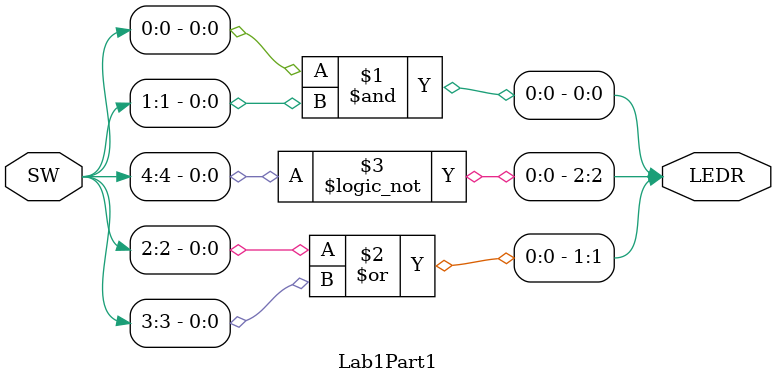
<source format=v>
/*
Author: Fritz Geib
Program Name: lab1
Creation Date: 1/13/2026
Last Updated: 1/13/2026 4:30pm
Function: emulate a couple simple logic gates and bind them to switches & leds
Method: &, |, and ! gates in line
*/

module Lab1Part1(
input [4:0] SW,
output [2:0] LEDR);

	assign LEDR[0] = SW[0] & SW[1];
	
	assign LEDR[1] = SW[2] | SW[3];
	
	assign LEDR[2] = !SW[4];
	
endmodule

</source>
